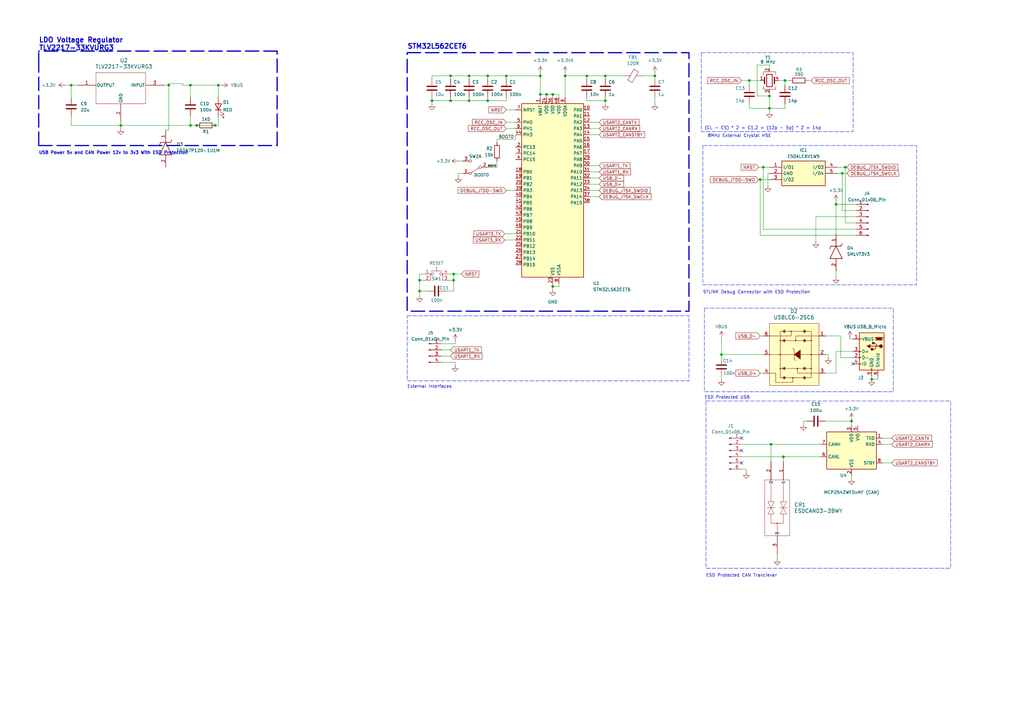
<source format=kicad_sch>
(kicad_sch (version 20230121) (generator eeschema)
  (paper "A3")
  (lib_symbols
    (symbol "2023-05-29_04-56-52:AT86RF215-ZU" (pin_names (offset 0.254))
      (property "Reference" "U" (at 22.86 10.16 0))
      (property "Value" "AT86RF215-ZU" (at 22.86 7.62 0))
      (symbol "AT86RF215-ZU_0_1"
        (pin output line (at 0 0 0) (length 7.62) (name "FEA24") (number "1"))
        (pin power_out line (at 0 -22.86 0) (length 7.62) (name "AVSS") (number "10"))
        (pin output line (at 0 -25.4 0) (length 7.62) (name "FEA09") (number "11"))
        (pin output line (at 0 -27.94 0) (length 7.62) (name "FEB09") (number "12"))
        (pin input line (at 0 -30.48 0) (length 7.62) (name "RSTN") (number "13"))
        (pin power_in line (at 0 -33.02 0) (length 7.62) (name "AVDD0") (number "14"))
        (pin power_in line (at 0 -35.56 0) (length 7.62) (name "EVDD") (number "15"))
        (pin power_out line (at 0 -38.1 0) (length 7.62) (name "AVSS") (number "16"))
        (pin input line (at 0 -40.64 0) (length 7.62) (name "TCXO") (number "17"))
        (pin output line (at 0 -43.18 0) (length 7.62) (name "XTAL2") (number "18"))
        (pin power_out line (at 0 -45.72 0) (length 7.62) (name "AVSS") (number "19"))
        (pin output line (at 0 -2.54 0) (length 7.62) (name "FEB24") (number "2"))
        (pin power_out line (at 0 -48.26 0) (length 7.62) (name "DVSS") (number "20"))
        (pin power_in line (at 0 -50.8 0) (length 7.62) (name "DEVDD") (number "21"))
        (pin output line (at 0 -53.34 0) (length 7.62) (name "CLKO") (number "22"))
        (pin power_out line (at 0 -55.88 0) (length 7.62) (name "DVSS") (number "23"))
        (pin power_out line (at 0 -58.42 0) (length 7.62) (name "DVSS") (number "24"))
        (pin input line (at 45.72 -60.96 180) (length 7.62) (name "TXCLKN") (number "25"))
        (pin input line (at 45.72 -58.42 180) (length 7.62) (name "TXCLKP") (number "26"))
        (pin input line (at 45.72 -55.88 180) (length 7.62) (name "TXDN") (number "27"))
        (pin input line (at 45.72 -53.34 180) (length 7.62) (name "TXDP") (number "28"))
        (pin power_in line (at 45.72 -50.8 180) (length 7.62) (name "DEVDD") (number "29"))
        (pin power_out line (at 0 -5.08 0) (length 7.62) (name "AVSS") (number "3"))
        (pin output line (at 45.72 -48.26 180) (length 7.62) (name "RXDN09") (number "30"))
        (pin output line (at 45.72 -45.72 180) (length 7.62) (name "RXDP09") (number "31"))
        (pin power_out line (at 45.72 -43.18 180) (length 7.62) (name "DVSS") (number "32"))
        (pin output line (at 45.72 -40.64 180) (length 7.62) (name "RXCLKN") (number "33"))
        (pin output line (at 45.72 -38.1 180) (length 7.62) (name "RXCLKP") (number "34"))
        (pin output line (at 45.72 -35.56 180) (length 7.62) (name "RXDN24") (number "35"))
        (pin output line (at 45.72 -33.02 180) (length 7.62) (name "RXDP24") (number "36"))
        (pin power_in line (at 45.72 -30.48 180) (length 7.62) (name "DVDD") (number "37"))
        (pin power_out line (at 45.72 -27.94 180) (length 7.62) (name "DVSS") (number "38"))
        (pin power_in line (at 45.72 -25.4 180) (length 7.62) (name "DEVDD") (number "39"))
        (pin bidirectional line (at 0 -7.62 0) (length 7.62) (name "RFP24") (number "4"))
        (pin output line (at 45.72 -22.86 180) (length 7.62) (name "IRQ") (number "40"))
        (pin input line (at 45.72 -20.32 180) (length 7.62) (name "SCLK") (number "41"))
        (pin input line (at 45.72 -17.78 180) (length 7.62) (name "SELN") (number "42"))
        (pin input line (at 45.72 -15.24 180) (length 7.62) (name "MOSI") (number "43"))
        (pin output line (at 45.72 -12.7 180) (length 7.62) (name "MISO") (number "44"))
        (pin power_out line (at 45.72 -10.16 180) (length 7.62) (name "AVSS") (number "45"))
        (pin power_in line (at 45.72 -7.62 180) (length 7.62) (name "EVDD") (number "46"))
        (pin power_in line (at 45.72 -5.08 180) (length 7.62) (name "AVDD1") (number "47"))
        (pin power_out line (at 45.72 -2.54 180) (length 7.62) (name "AVSS") (number "48"))
        (pin power_out line (at 45.72 0 180) (length 7.62) (name "AVSS") (number "49"))
        (pin bidirectional line (at 0 -10.16 0) (length 7.62) (name "RFN24") (number "5"))
        (pin power_out line (at 0 -12.7 0) (length 7.62) (name "AVSS") (number "6"))
        (pin power_out line (at 0 -15.24 0) (length 7.62) (name "AVSS") (number "7"))
        (pin bidirectional line (at 0 -17.78 0) (length 7.62) (name "RFP09") (number "8"))
        (pin bidirectional line (at 0 -20.32 0) (length 7.62) (name "RFN09") (number "9"))
      )
    )
    (symbol "2023-05-29_05-41-45:TLV2217-33KVURG3" (pin_names (offset 0.254))
      (property "Reference" "U2" (at 1.27 11.43 0))
      (property "Value" "TLV2217-33KVURG3" (at 1.27 8.89 0))
      (symbol "TLV2217-33KVURG3_0_1"
        (pin output line (at -17.78 1.27 0) (length 7.62) (name "OUTPUT") (number "1"))
        (pin power_in line (at 0 -13.97 90) (length 7.62) (name "GND") (number "2"))
        (pin input line (at 17.78 1.27 180) (length 7.62) (name "INPUT") (number "3"))
      )
    )
    (symbol "2023-05-31_16-24-59:ESDCAN03-2BWY" (pin_names (offset 0.254))
      (property "Reference" "CR" (at 20.32 7.62 0))
      (property "Value" "ESDCAN03-2BWY" (at 20.32 5.08 0))
      (symbol "ESDCAN03-2BWY_0_1"
        (pin unspecified line (at 0 0 0) (length 7.62) (name "1") (number "1"))
        (pin unspecified line (at 0 -5.08 0) (length 7.62) (name "2") (number "2"))
        (pin unspecified line (at 38.1 -2.54 180) (length 7.62) (name "3") (number "3"))
      )
    )
    (symbol "Connector:Conn_01x04_Pin" (pin_names (offset 1.016) hide)
      (property "Reference" "J" (at 0 5.08 0))
      (property "Value" "Conn_01x04_Pin" (at 0 -7.62 0))
      (symbol "Conn_01x04_Pin_1_1"
        (pin passive line (at 5.08 2.54 180) (length 3.81) (name "Pin_1") (number "1"))
        (pin passive line (at 5.08 0 180) (length 3.81) (name "Pin_2") (number "2"))
        (pin passive line (at 5.08 -2.54 180) (length 3.81) (name "Pin_3") (number "3"))
        (pin passive line (at 5.08 -5.08 180) (length 3.81) (name "Pin_4") (number "4"))
      )
    )
    (symbol "Connector:Conn_01x06_Pin" (pin_names (offset 1.016) hide)
      (property "Reference" "J" (at 0 7.62 0))
      (property "Value" "Conn_01x06_Pin" (at 0 -10.16 0))
      (symbol "Conn_01x06_Pin_1_1"
        (pin passive line (at 5.08 5.08 180) (length 3.81) (name "Pin_1") (number "1"))
        (pin passive line (at 5.08 2.54 180) (length 3.81) (name "Pin_2") (number "2"))
        (pin passive line (at 5.08 0 180) (length 3.81) (name "Pin_3") (number "3"))
        (pin passive line (at 5.08 -2.54 180) (length 3.81) (name "Pin_4") (number "4"))
        (pin passive line (at 5.08 -5.08 180) (length 3.81) (name "Pin_5") (number "5"))
        (pin passive line (at 5.08 -7.62 180) (length 3.81) (name "Pin_6") (number "6"))
      )
    )
    (symbol "Connector:Conn_Coaxial" (pin_names (offset 1.016) hide)
      (property "Reference" "J" (at 0.254 3.048 0))
      (property "Value" "Conn_Coaxial" (at 2.921 0 90))
      (symbol "Conn_Coaxial_1_1"
        (pin passive line (at -5.08 0 0) (length 2.54) (name "In") (number "1"))
        (pin passive line (at 0 -5.08 90) (length 2.54) (name "Ext") (number "2"))
      )
    )
    (symbol "Connector:USB_B_Micro" (pin_names (offset 1.016))
      (property "Reference" "J" (at -5.08 11.43 0))
      (property "Value" "USB_B_Micro" (at -5.08 8.89 0))
      (symbol "USB_B_Micro_1_1"
        (pin power_out line (at 7.62 5.08 180) (length 2.54) (name "VBUS") (number "1"))
        (pin bidirectional line (at 7.62 -2.54 180) (length 2.54) (name "D-") (number "2"))
        (pin bidirectional line (at 7.62 0 180) (length 2.54) (name "D+") (number "3"))
        (pin passive line (at 7.62 -5.08 180) (length 2.54) (name "ID") (number "4"))
        (pin power_out line (at 0 -10.16 90) (length 2.54) (name "GND") (number "5"))
        (pin passive line (at -2.54 -10.16 90) (length 2.54) (name "Shield") (number "6"))
      )
    )
    (symbol "Device:C" (pin_numbers hide) (pin_names (offset 0.254))
      (property "Reference" "C" (at 0.635 2.54 0))
      (property "Value" "C" (at 0.635 -2.54 0))
      (symbol "C_1_1"
        (pin passive line (at 0 3.81 270) (length 2.794) (name "~") (number "1"))
        (pin passive line (at 0 -3.81 90) (length 2.794) (name "~") (number "2"))
      )
    )
    (symbol "Device:Crystal_GND23" (pin_names (offset 1.016) hide)
      (property "Reference" "Y" (at 3.175 5.08 0))
      (property "Value" "Crystal_GND23" (at 3.175 3.175 0))
      (symbol "Crystal_GND23_1_1"
        (pin passive line (at -3.81 0 0) (length 1.27) (name "1") (number "1"))
        (pin passive line (at 0 5.08 270) (length 1.27) (name "2") (number "2"))
        (pin passive line (at 0 -5.08 90) (length 1.27) (name "3") (number "3"))
        (pin passive line (at 3.81 0 180) (length 1.27) (name "4") (number "4"))
      )
    )
    (symbol "Device:FerriteBead" (pin_numbers hide) (pin_names (offset 0))
      (property "Reference" "FB" (at -3.81 0.635 90))
      (property "Value" "FerriteBead" (at 3.81 0 90))
      (symbol "FerriteBead_1_1"
        (pin passive line (at 0 3.81 270) (length 2.54) (name "~") (number "1"))
        (pin passive line (at 0 -3.81 90) (length 2.54) (name "~") (number "2"))
      )
    )
    (symbol "Device:LED" (pin_numbers hide) (pin_names (offset 1.016) hide)
      (property "Reference" "D" (at 0 2.54 0))
      (property "Value" "LED" (at 0 -2.54 0))
      (symbol "LED_1_1"
        (pin passive line (at -3.81 0 0) (length 2.54) (name "K") (number "1"))
        (pin passive line (at 3.81 0 180) (length 2.54) (name "A") (number "2"))
      )
    )
    (symbol "Device:R" (pin_numbers hide) (pin_names (offset 0))
      (property "Reference" "R" (at 2.032 0 90))
      (property "Value" "R" (at 0 0 90))
      (symbol "R_1_1"
        (pin passive line (at 0 3.81 270) (length 1.27) (name "~") (number "1"))
        (pin passive line (at 0 -3.81 90) (length 1.27) (name "~") (number "2"))
      )
    )
    (symbol "ESDA7P120-1U1M:ESDA7P120-1U1M" (pin_names hide)
      (property "Reference" "D" (at 10.16 8.89 0))
      (property "Value" "ESDA7P120-1U1M" (at 10.16 6.35 0))
      (symbol "ESDA7P120-1U1M_1_1"
        (pin passive line (at 0 0 0) (length 5.08) (name "K") (number "1"))
        (pin passive line (at 15.24 0 180) (length 5.08) (name "A") (number "2"))
      )
    )
    (symbol "ESDALC6V1W5:ESDALC6V1W5"
      (property "Reference" "IC" (at 24.13 7.62 0))
      (property "Value" "ESDALC6V1W5" (at 24.13 5.08 0))
      (symbol "ESDALC6V1W5_1_1"
        (pin passive line (at 0 0 0) (length 5.08) (name "I/01") (number "1"))
        (pin passive line (at 0 -2.54 0) (length 5.08) (name "GND") (number "2"))
        (pin passive line (at 0 -5.08 0) (length 5.08) (name "I/02") (number "3"))
        (pin passive line (at 27.94 0 180) (length 5.08) (name "I/03") (number "4"))
        (pin passive line (at 27.94 -2.54 180) (length 5.08) (name "I/04") (number "5"))
      )
    )
    (symbol "Interface_CAN_LIN:MCP2542WFDxMF"
      (property "Reference" "U" (at -10.16 8.89 0))
      (property "Value" "MCP2542WFDxMF" (at 2.54 8.89 0))
      (symbol "MCP2542WFDxMF_1_1"
        (pin input line (at -12.7 5.08 0) (length 2.54) (name "TXD") (number "1"))
        (pin power_in line (at 0 -10.16 90) (length 2.54) (name "VSS") (number "2"))
        (pin power_in line (at 0 10.16 270) (length 2.54) (name "VDD") (number "3"))
        (pin output line (at -12.7 2.54 0) (length 2.54) (name "RXD") (number "4"))
        (pin power_in line (at -2.54 10.16 270) (length 2.54) (name "VIO") (number "5"))
        (pin bidirectional line (at 12.7 -2.54 180) (length 2.54) (name "CANL") (number "6"))
        (pin bidirectional line (at 12.7 2.54 180) (length 2.54) (name "CANH") (number "7"))
        (pin input line (at -12.7 -5.08 0) (length 2.54) (name "STBY") (number "8"))
        (pin passive line (at 0 -10.16 90) (length 2.54) hide (name "VSS") (number "9"))
      )
    )
    (symbol "MCU_ST_STM32L5:STM32L562CETx"
      (property "Reference" "U" (at -12.7 36.83 0))
      (property "Value" "STM32L562CETx" (at 7.62 36.83 0))
      (symbol "STM32L562CETx_1_1"
        (pin power_in line (at -5.08 38.1 270) (length 2.54) (name "VBAT") (number "1"))
        (pin bidirectional line (at 15.24 33.02 180) (length 2.54) (name "PA0") (number "10"))
        (pin bidirectional line (at 15.24 30.48 180) (length 2.54) (name "PA1") (number "11"))
        (pin bidirectional line (at 15.24 27.94 180) (length 2.54) (name "PA2") (number "12"))
        (pin bidirectional line (at 15.24 25.4 180) (length 2.54) (name "PA3") (number "13"))
        (pin bidirectional line (at 15.24 22.86 180) (length 2.54) (name "PA4") (number "14"))
        (pin bidirectional line (at 15.24 20.32 180) (length 2.54) (name "PA5") (number "15"))
        (pin bidirectional line (at 15.24 17.78 180) (length 2.54) (name "PA6") (number "16"))
        (pin bidirectional line (at 15.24 15.24 180) (length 2.54) (name "PA7") (number "17"))
        (pin bidirectional line (at -15.24 7.62 0) (length 2.54) (name "PB0") (number "18"))
        (pin bidirectional line (at -15.24 5.08 0) (length 2.54) (name "PB1") (number "19"))
        (pin bidirectional line (at -15.24 17.78 0) (length 2.54) (name "PC13") (number "2"))
        (pin bidirectional line (at -15.24 2.54 0) (length 2.54) (name "PB2") (number "20"))
        (pin bidirectional line (at -15.24 -17.78 0) (length 2.54) (name "PB10") (number "21"))
        (pin bidirectional line (at -15.24 -20.32 0) (length 2.54) (name "PB11") (number "22"))
        (pin power_in line (at 0 -38.1 90) (length 2.54) (name "VSS") (number "23"))
        (pin power_in line (at -2.54 38.1 270) (length 2.54) (name "VDD") (number "24"))
        (pin bidirectional line (at -15.24 -22.86 0) (length 2.54) (name "PB12") (number "25"))
        (pin bidirectional line (at -15.24 -25.4 0) (length 2.54) (name "PB13") (number "26"))
        (pin bidirectional line (at -15.24 -27.94 0) (length 2.54) (name "PB14") (number "27"))
        (pin bidirectional line (at -15.24 -30.48 0) (length 2.54) (name "PB15") (number "28"))
        (pin bidirectional line (at 15.24 12.7 180) (length 2.54) (name "PA8") (number "29"))
        (pin bidirectional line (at -15.24 15.24 0) (length 2.54) (name "PC14") (number "3"))
        (pin bidirectional line (at 15.24 10.16 180) (length 2.54) (name "PA9") (number "30"))
        (pin bidirectional line (at 15.24 7.62 180) (length 2.54) (name "PA10") (number "31"))
        (pin bidirectional line (at 15.24 5.08 180) (length 2.54) (name "PA11") (number "32"))
        (pin bidirectional line (at 15.24 2.54 180) (length 2.54) (name "PA12") (number "33"))
        (pin bidirectional line (at 15.24 0 180) (length 2.54) (name "PA13") (number "34"))
        (pin passive line (at 0 -38.1 90) (length 2.54) hide (name "VSS") (number "35"))
        (pin power_in line (at 0 38.1 270) (length 2.54) (name "VDD") (number "36"))
        (pin bidirectional line (at 15.24 -2.54 180) (length 2.54) (name "PA14") (number "37"))
        (pin bidirectional line (at 15.24 -5.08 180) (length 2.54) (name "PA15") (number "38"))
        (pin bidirectional line (at -15.24 0 0) (length 2.54) (name "PB3") (number "39"))
        (pin bidirectional line (at -15.24 12.7 0) (length 2.54) (name "PC15") (number "4"))
        (pin bidirectional line (at -15.24 -2.54 0) (length 2.54) (name "PB4") (number "40"))
        (pin bidirectional line (at -15.24 -5.08 0) (length 2.54) (name "PB5") (number "41"))
        (pin bidirectional line (at -15.24 -7.62 0) (length 2.54) (name "PB6") (number "42"))
        (pin bidirectional line (at -15.24 -10.16 0) (length 2.54) (name "PB7") (number "43"))
        (pin bidirectional line (at -15.24 22.86 0) (length 2.54) (name "PH3") (number "44"))
        (pin bidirectional line (at -15.24 -12.7 0) (length 2.54) (name "PB8") (number "45"))
        (pin bidirectional line (at -15.24 -15.24 0) (length 2.54) (name "PB9") (number "46"))
        (pin passive line (at 0 -38.1 90) (length 2.54) hide (name "VSS") (number "47"))
        (pin power_in line (at 2.54 38.1 270) (length 2.54) (name "VDD") (number "48"))
        (pin bidirectional line (at -15.24 27.94 0) (length 2.54) (name "PH0") (number "5"))
        (pin bidirectional line (at -15.24 25.4 0) (length 2.54) (name "PH1") (number "6"))
        (pin input line (at -15.24 33.02 0) (length 2.54) (name "NRST") (number "7"))
        (pin power_in line (at 2.54 -38.1 90) (length 2.54) (name "VSSA") (number "8"))
        (pin power_in line (at 5.08 38.1 270) (length 2.54) (name "VDDA") (number "9"))
      )
    )
    (symbol "SMLVT3V3:SMLVT3V3" (pin_names hide)
      (property "Reference" "D" (at 10.16 8.89 0))
      (property "Value" "SMLVT3V3" (at 10.16 6.35 0))
      (symbol "SMLVT3V3_1_1"
        (pin passive line (at 0 0 0) (length 5.08) (name "K") (number "1"))
        (pin passive line (at 15.24 0 180) (length 5.08) (name "A") (number "2"))
      )
    )
    (symbol "Switch:SW_DPDT_x2" (pin_names (offset 0) hide)
      (property "Reference" "SW" (at 0 4.318 0))
      (property "Value" "SW_DPDT_x2" (at 0 -5.08 0))
      (symbol "SW_DPDT_x2_1_1"
        (pin passive line (at 5.08 2.54 180) (length 2.54) (name "A") (number "1"))
        (pin passive line (at -5.08 0 0) (length 2.54) (name "B") (number "2"))
        (pin passive line (at 5.08 -2.54 180) (length 2.54) (name "C") (number "3"))
      )
      (symbol "SW_DPDT_x2_2_1"
        (pin passive line (at 5.08 2.54 180) (length 2.54) (name "A") (number "4"))
        (pin passive line (at -5.08 0 0) (length 2.54) (name "B") (number "5"))
        (pin passive line (at 5.08 -2.54 180) (length 2.54) (name "C") (number "6"))
      )
    )
    (symbol "Switch:SW_MEC_5E" (pin_names (offset 1.016) hide)
      (property "Reference" "SW" (at 0.635 5.715 0))
      (property "Value" "SW_MEC_5E" (at 0 -3.175 0))
      (symbol "SW_MEC_5E_0_1"
        (pin passive line (at -5.08 2.54 0) (length 2.54) (name "1") (number "1"))
        (pin passive line (at -5.08 0 0) (length 2.54) (name "2") (number "2"))
        (pin passive line (at 5.08 0 180) (length 2.54) (name "K") (number "3"))
        (pin passive line (at 5.08 2.54 180) (length 2.54) (name "A") (number "4"))
      )
    )
    (symbol "dk_TVS-Diodes:USBLC6-2SC6" (pin_names (offset 1.016))
      (property "Reference" "D" (at -10.16 13.97 0))
      (property "Value" "USBLC6-2SC6" (at 0 -13.97 0))
      (symbol "USBLC6-2SC6_1_1"
        (pin input line (at -12.7 7.62 0) (length 2.54) (name "~") (number "1"))
        (pin power_in line (at -12.7 0 0) (length 2.54) (name "~") (number "2"))
        (pin input line (at -12.7 -7.62 0) (length 2.54) (name "~") (number "3"))
        (pin input line (at 12.7 -7.62 180) (length 2.54) (name "~") (number "4"))
        (pin output line (at 12.7 0 180) (length 2.54) (name "~") (number "5"))
        (pin input line (at 12.7 7.62 180) (length 2.54) (name "~") (number "6"))
      )
    )
    (symbol "power:+3.3V" (power) (pin_names (offset 0))
      (property "Value" "+3.3V" (at 0 3.556 0))
      (symbol "+3.3V_1_1"
        (pin power_in line (at 0 0 90) (length 0) hide (name "+3.3V") (number "1"))
      )
    )
    (symbol "power:+3.3VA" (power) (pin_names (offset 0))
      (property "Value" "+3.3VA" (at 0 3.556 0))
      (symbol "+3.3VA_1_1"
        (pin power_in line (at 0 0 90) (length 0) hide (name "+3.3VA") (number "1"))
      )
    )
    (symbol "power:GND" (power) (pin_names (offset 0))
      (property "Value" "GND" (at 0 -3.81 0))
      (symbol "GND_1_1"
        (pin power_in line (at 0 0 270) (length 0) hide (name "GND") (number "1"))
      )
    )
    (symbol "power:VBUS" (power) (pin_names (offset 0))
      (property "Value" "VBUS" (at 0 3.81 0))
      (symbol "VBUS_1_1"
        (pin power_in line (at 0 0 90) (length 0) hide (name "VBUS") (number "1"))
      )
    )
  )
  (junction (at 295.91 145.415))
  (junction (at 342.9 83.82))
  (junction (at 240.665 31.115))
  (junction (at 313.055 68.58))
  (junction (at 346.71 68.58))
  (junction (at 268.605 31.115))
  (junction (at 186.055 112.395))
  (junction (at 248.285 31.115))
  (junction (at 200.025 41.275))
  (junction (at 80.645 51.435))
  (junction (at 184.785 41.275))
  (junction (at 177.165 41.275))
  (junction (at 88.265 51.435))
  (junction (at 69.215 34.925))
  (junction (at 29.21 34.925))
  (junction (at 207.645 31.115))
  (junction (at 172.085 119.38))
  (junction (at 315.595 44.45))
  (junction (at 224.155 38.735))
  (junction (at 226.695 117.475))
  (junction (at 172.085 114.935))
  (junction (at 200.025 31.115))
  (junction (at 226.695 38.735))
  (junction (at 316.23 182.245))
  (junction (at 89.535 34.925))
  (junction (at 192.405 31.115))
  (junction (at 78.105 51.435))
  (junction (at 248.285 41.275))
  (junction (at 186.055 114.935))
  (junction (at 221.615 38.735))
  (junction (at 49.53 51.435))
  (junction (at 345.44 71.12))
  (junction (at 231.775 31.115))
  (junction (at 357.505 155.575))
  (junction (at 349.25 172.72))
  (junction (at 192.405 41.275))
  (junction (at 307.34 33.02))
  (junction (at 321.945 33.02))
  (junction (at 221.615 31.115))
  (junction (at 321.31 187.325))
  (junction (at 184.785 31.115))
  (junction (at 311.785 73.66))
  (junction (at 78.105 34.925))
  (junction (at 315.595 39.37))
  (no_connect (at 304.165 184.785))
  (no_connect (at 349.885 149.225))
  (no_connect (at 304.165 189.865))
  (no_connect (at 304.165 179.705))
  (wire (pts (xy 207.645 52.705) (xy 211.455 52.705)))
  (wire (pts (xy 240.665 31.115) (xy 240.665 32.385)))
  (wire (pts (xy 334.645 88.9) (xy 351.155 88.9)))
  (wire (pts (xy 172.085 112.395) (xy 172.085 114.935)))
  (wire (pts (xy 221.615 31.115) (xy 221.615 38.735)))
  (polyline (pts (xy 113.665 59.69) (xy 113.665 20.955)) (stroke (width 0.5) (type dash)))
  (wire (pts (xy 89.535 34.925) (xy 90.805 34.925)))
  (wire (pts (xy 315.595 44.45) (xy 321.945 44.45)))
  (wire (pts (xy 203.835 66.04) (xy 203.835 68.58)))
  (wire (pts (xy 207.645 78.105) (xy 211.455 78.105)))
  (wire (pts (xy 318.77 227.33) (xy 318.77 229.235)))
  (wire (pts (xy 311.785 153.035) (xy 313.055 153.035)))
  (wire (pts (xy 342.9 83.82) (xy 342.9 95.885)))
  (wire (pts (xy 69.215 34.29) (xy 74.93 34.29)))
  (wire (pts (xy 189.865 71.12) (xy 187.96 71.12)))
  (wire (pts (xy 248.285 42.545) (xy 248.285 41.275)))
  (wire (pts (xy 361.95 189.865) (xy 365.76 189.865)))
  (wire (pts (xy 173.99 112.395) (xy 172.085 112.395)))
  (wire (pts (xy 342.9 111.125) (xy 342.9 113.665)))
  (wire (pts (xy 361.95 182.245) (xy 365.76 182.245)))
  (wire (pts (xy 248.285 31.115) (xy 255.905 31.115)))
  (polyline (pts (xy 15.875 59.69) (xy 113.665 59.69)) (stroke (width 0.5) (type dash)))
  (wire (pts (xy 348.615 139.065) (xy 348.615 138.43)))
  (wire (pts (xy 344.805 146.685) (xy 349.885 146.685)))
  (wire (pts (xy 221.615 29.845) (xy 221.615 31.115)))
  (wire (pts (xy 226.695 117.475) (xy 229.235 117.475)))
  (polyline (pts (xy 15.875 21.59) (xy 15.875 24.13)) (stroke (width 0.5) (type dash)))
  (wire (pts (xy 360.045 154.305) (xy 360.045 155.575)))
  (wire (pts (xy 231.775 31.115) (xy 240.665 31.115)))
  (wire (pts (xy 231.775 31.115) (xy 231.775 40.005)))
  (wire (pts (xy 29.21 40.005) (xy 29.21 34.925)))
  (wire (pts (xy 180.975 146.05) (xy 184.785 146.05)))
  (wire (pts (xy 321.945 44.45) (xy 321.945 42.545)))
  (wire (pts (xy 78.105 34.925) (xy 89.535 34.925)))
  (wire (pts (xy 172.085 114.935) (xy 172.085 119.38)))
  (wire (pts (xy 226.695 38.735) (xy 226.695 40.005)))
  (wire (pts (xy 339.725 145.415) (xy 338.455 145.415)))
  (wire (pts (xy 360.045 155.575) (xy 357.505 155.575)))
  (wire (pts (xy 203.835 57.15) (xy 203.835 58.42)))
  (wire (pts (xy 78.105 34.925) (xy 78.105 40.005)))
  (wire (pts (xy 172.085 119.38) (xy 172.085 121.285)))
  (wire (pts (xy 315.595 26.67) (xy 310.515 26.67)))
  (wire (pts (xy 342.9 144.145) (xy 342.9 153.035)))
  (wire (pts (xy 268.605 31.115) (xy 268.605 32.385)))
  (wire (pts (xy 192.405 40.005) (xy 192.405 41.275)))
  (wire (pts (xy 343.535 68.58) (xy 346.71 68.58)))
  (wire (pts (xy 231.775 31.115) (xy 231.775 29.845)))
  (wire (pts (xy 192.405 41.275) (xy 184.785 41.275)))
  (wire (pts (xy 345.44 86.36) (xy 351.155 86.36)))
  (wire (pts (xy 240.665 41.275) (xy 248.285 41.275)))
  (wire (pts (xy 184.785 41.275) (xy 177.165 41.275)))
  (wire (pts (xy 330.835 172.72) (xy 329.565 172.72)))
  (wire (pts (xy 226.695 117.475) (xy 226.695 118.745)))
  (wire (pts (xy 313.055 93.98) (xy 351.155 93.98)))
  (wire (pts (xy 229.235 38.735) (xy 229.235 40.005)))
  (wire (pts (xy 29.21 34.925) (xy 31.75 34.925)))
  (wire (pts (xy 177.165 40.005) (xy 177.165 41.275)))
  (wire (pts (xy 342.9 83.82) (xy 351.155 83.82)))
  (wire (pts (xy 187.96 71.12) (xy 187.96 72.39)))
  (wire (pts (xy 172.085 114.935) (xy 173.99 114.935)))
  (wire (pts (xy 307.34 33.02) (xy 311.785 33.02)))
  (wire (pts (xy 69.215 34.29) (xy 69.215 34.925)))
  (wire (pts (xy 346.71 68.58) (xy 347.345 68.58)))
  (wire (pts (xy 316.23 182.245) (xy 316.23 189.23)))
  (wire (pts (xy 339.725 146.685) (xy 339.725 145.415)))
  (wire (pts (xy 78.105 51.435) (xy 78.105 47.625)))
  (wire (pts (xy 344.805 137.795) (xy 344.805 146.685)))
  (wire (pts (xy 306.07 193.675) (xy 306.07 192.405)))
  (wire (pts (xy 207.01 95.885) (xy 211.455 95.885)))
  (wire (pts (xy 74.93 34.925) (xy 78.105 34.925)))
  (wire (pts (xy 315.595 71.12) (xy 314.96 71.12)))
  (wire (pts (xy 321.945 33.02) (xy 323.85 33.02)))
  (wire (pts (xy 224.155 38.735) (xy 224.155 40.005)))
  (wire (pts (xy 315.595 27.94) (xy 315.595 26.67)))
  (wire (pts (xy 186.055 112.395) (xy 189.23 112.395)))
  (wire (pts (xy 207.645 45.085) (xy 211.455 45.085)))
  (wire (pts (xy 331.47 33.02) (xy 332.74 33.02)))
  (wire (pts (xy 321.945 33.02) (xy 321.945 34.925)))
  (wire (pts (xy 334.645 88.9) (xy 334.645 99.06)))
  (wire (pts (xy 186.69 149.86) (xy 186.69 148.59)))
  (wire (pts (xy 311.785 137.795) (xy 313.055 137.795)))
  (wire (pts (xy 241.935 80.645) (xy 245.745 80.645)))
  (wire (pts (xy 186.69 148.59) (xy 180.975 148.59)))
  (wire (pts (xy 88.265 51.435) (xy 89.535 51.435)))
  (wire (pts (xy 357.505 154.305) (xy 357.505 155.575)))
  (wire (pts (xy 78.105 51.435) (xy 80.645 51.435)))
  (wire (pts (xy 200.025 68.58) (xy 203.835 68.58)))
  (wire (pts (xy 241.935 70.485) (xy 245.745 70.485)))
  (wire (pts (xy 186.69 140.97) (xy 180.975 140.97)))
  (wire (pts (xy 268.605 29.845) (xy 268.605 31.115)))
  (wire (pts (xy 307.34 44.45) (xy 315.595 44.45)))
  (wire (pts (xy 248.285 32.385) (xy 248.285 31.115)))
  (wire (pts (xy 241.935 50.165) (xy 245.745 50.165)))
  (wire (pts (xy 226.695 38.735) (xy 229.235 38.735)))
  (wire (pts (xy 321.31 187.325) (xy 321.31 189.23)))
  (wire (pts (xy 313.055 68.58) (xy 315.595 68.58)))
  (wire (pts (xy 304.165 182.245) (xy 316.23 182.245)))
  (wire (pts (xy 67.945 53.34) (xy 69.215 53.34)))
  (wire (pts (xy 177.165 31.115) (xy 177.165 32.385)))
  (wire (pts (xy 221.615 38.735) (xy 221.615 40.005)))
  (polyline (pts (xy 15.875 24.13) (xy 15.875 60.325)) (stroke (width 0.5) (type dash)))
  (wire (pts (xy 338.455 172.72) (xy 349.25 172.72)))
  (wire (pts (xy 207.645 31.115) (xy 221.615 31.115)))
  (wire (pts (xy 177.165 41.275) (xy 177.165 42.545)))
  (wire (pts (xy 263.525 31.115) (xy 268.605 31.115)))
  (wire (pts (xy 295.91 154.305) (xy 295.91 155.575)))
  (wire (pts (xy 313.055 68.58) (xy 313.055 93.98)))
  (wire (pts (xy 241.935 55.245) (xy 245.745 55.245)))
  (wire (pts (xy 184.785 40.005) (xy 184.785 41.275)))
  (wire (pts (xy 192.405 41.275) (xy 200.025 41.275)))
  (wire (pts (xy 307.34 44.45) (xy 307.34 42.545)))
  (wire (pts (xy 310.515 26.67) (xy 310.515 39.37)))
  (wire (pts (xy 49.53 51.435) (xy 78.105 51.435)))
  (wire (pts (xy 295.91 138.43) (xy 295.91 145.415)))
  (wire (pts (xy 311.785 73.66) (xy 315.595 73.66)))
  (wire (pts (xy 192.405 31.115) (xy 184.785 31.115)))
  (wire (pts (xy 184.785 31.115) (xy 184.785 32.385)))
  (wire (pts (xy 304.165 33.02) (xy 307.34 33.02)))
  (wire (pts (xy 207.645 50.165) (xy 211.455 50.165)))
  (wire (pts (xy 49.53 50.165) (xy 49.53 51.435)))
  (wire (pts (xy 349.25 194.945) (xy 349.25 196.215)))
  (wire (pts (xy 349.25 172.085) (xy 349.25 172.72)))
  (wire (pts (xy 248.285 40.005) (xy 248.285 41.275)))
  (wire (pts (xy 200.025 31.115) (xy 200.025 32.385)))
  (wire (pts (xy 345.44 71.12) (xy 347.345 71.12)))
  (wire (pts (xy 200.025 41.275) (xy 207.645 41.275)))
  (wire (pts (xy 342.9 153.035) (xy 338.455 153.035)))
  (wire (pts (xy 207.645 40.005) (xy 207.645 41.275)))
  (wire (pts (xy 186.055 119.38) (xy 182.88 119.38)))
  (wire (pts (xy 186.69 139.7) (xy 186.69 140.97)))
  (wire (pts (xy 211.455 57.15) (xy 203.835 57.15)))
  (wire (pts (xy 200.025 40.005) (xy 200.025 41.275)))
  (wire (pts (xy 200.025 31.115) (xy 192.405 31.115)))
  (wire (pts (xy 69.215 34.925) (xy 67.31 34.925)))
  (wire (pts (xy 80.645 51.435) (xy 88.265 51.435)))
  (wire (pts (xy 224.155 38.735) (xy 226.695 38.735)))
  (wire (pts (xy 89.535 40.005) (xy 89.535 34.925)))
  (wire (pts (xy 180.975 143.51) (xy 184.785 143.51)))
  (wire (pts (xy 89.535 47.625) (xy 89.535 51.435)))
  (wire (pts (xy 241.935 75.565) (xy 245.745 75.565)))
  (wire (pts (xy 192.405 31.115) (xy 192.405 32.385)))
  (wire (pts (xy 342.9 144.145) (xy 349.885 144.145)))
  (wire (pts (xy 187.96 66.04) (xy 189.865 66.04)))
  (wire (pts (xy 342.9 82.55) (xy 342.9 83.82)))
  (wire (pts (xy 346.71 91.44) (xy 351.155 91.44)))
  (wire (pts (xy 175.26 119.38) (xy 172.085 119.38)))
  (wire (pts (xy 311.785 73.66) (xy 311.785 96.52)))
  (wire (pts (xy 314.96 71.12) (xy 314.96 76.2)))
  (wire (pts (xy 186.055 114.935) (xy 184.15 114.935)))
  (wire (pts (xy 311.15 68.58) (xy 313.055 68.58)))
  (wire (pts (xy 336.55 187.325) (xy 321.31 187.325)))
  (wire (pts (xy 207.645 31.115) (xy 200.025 31.115)))
  (wire (pts (xy 321.945 33.02) (xy 319.405 33.02)))
  (wire (pts (xy 186.055 112.395) (xy 186.055 114.935)))
  (wire (pts (xy 240.665 31.115) (xy 248.285 31.115)))
  (wire (pts (xy 349.885 139.065) (xy 348.615 139.065)))
  (wire (pts (xy 241.935 73.025) (xy 245.745 73.025)))
  (wire (pts (xy 241.935 67.945) (xy 245.745 67.945)))
  (wire (pts (xy 304.165 187.325) (xy 321.31 187.325)))
  (wire (pts (xy 221.615 38.735) (xy 224.155 38.735)))
  (wire (pts (xy 241.935 52.705) (xy 245.745 52.705)))
  (wire (pts (xy 361.95 179.705) (xy 365.76 179.705)))
  (wire (pts (xy 295.91 145.415) (xy 313.055 145.415)))
  (wire (pts (xy 311.15 73.66) (xy 311.785 73.66)))
  (wire (pts (xy 336.55 182.245) (xy 316.23 182.245)))
  (wire (pts (xy 307.34 33.02) (xy 307.34 34.925)))
  (wire (pts (xy 346.71 68.58) (xy 346.71 91.44)))
  (wire (pts (xy 29.21 51.435) (xy 49.53 51.435)))
  (wire (pts (xy 29.21 47.625) (xy 29.21 51.435)))
  (wire (pts (xy 329.565 172.72) (xy 329.565 173.99)))
  (wire (pts (xy 240.665 40.005) (xy 240.665 41.275)))
  (wire (pts (xy 310.515 39.37) (xy 315.595 39.37)))
  (wire (pts (xy 184.15 112.395) (xy 186.055 112.395)))
  (polyline (pts (xy 113.665 20.955) (xy 15.875 20.955)) (stroke (width 0.5) (type dash)))
  (wire (pts (xy 184.785 31.115) (xy 177.165 31.115)))
  (wire (pts (xy 226.695 116.205) (xy 226.695 117.475)))
  (wire (pts (xy 229.235 117.475) (xy 229.235 116.205)))
  (wire (pts (xy 343.535 71.12) (xy 345.44 71.12)))
  (wire (pts (xy 338.455 137.795) (xy 344.805 137.795)))
  (wire (pts (xy 211.455 57.15) (xy 211.455 55.245)))
  (wire (pts (xy 268.605 40.005) (xy 268.605 42.545)))
  (wire (pts (xy 349.25 172.72) (xy 349.25 174.625)))
  (wire (pts (xy 69.215 53.34) (xy 69.215 34.925)))
  (wire (pts (xy 295.91 145.415) (xy 295.91 146.685)))
  (wire (pts (xy 74.93 34.925) (xy 74.93 34.29)))
  (wire (pts (xy 49.53 51.435) (xy 49.53 52.705)))
  (wire (pts (xy 186.055 114.935) (xy 186.055 119.38)))
  (wire (pts (xy 207.645 31.115) (xy 207.645 32.385)))
  (wire (pts (xy 306.07 192.405) (xy 304.165 192.405)))
  (wire (pts (xy 315.595 39.37) (xy 315.595 38.1)))
  (wire (pts (xy 241.935 78.105) (xy 245.745 78.105)))
  (wire (pts (xy 207.01 98.425) (xy 211.455 98.425)))
  (wire (pts (xy 345.44 71.12) (xy 345.44 86.36)))
  (wire (pts (xy 315.595 39.37) (xy 315.595 44.45)))
  (wire (pts (xy 315.595 44.45) (xy 315.595 45.72)))
  (wire (pts (xy 351.155 96.52) (xy 311.785 96.52)))
  (wire (pts (xy 26.67 34.925) (xy 29.21 34.925)))
  (rectangle (start 167.005 129.54) (end 282.575 156.21) (stroke (width 0) (type dash)))
  (rectangle (start 288.925 126.365) (end 366.395 160.655) (stroke (width 0) (type dash)))
  (rectangle (start 167.005 21.59) (end 282.575 127.635) (stroke (width 0.5) (type dash)))
  (rectangle (start 478.79 15.24) (end 491.49 26.67))
  (rectangle (start 520.7 15.24) (end 538.48 29.21))
  (rectangle (start 497.84 17.78) (end 502.92 22.86))
  (rectangle (start 444.5 15.24) (end 452.12 26.67))
  (rectangle (start 444.5 8.89) (end 538.48 34.29))
  (rectangle (start 457.2 17.78) (end 463.55 24.13))
  (rectangle (start 289.56 164.465) (end 389.89 233.045) (stroke (width 0) (type dash)))
  (rectangle (start 288.29 59.69) (end 375.92 116.84) (stroke (width 0) (type dash)))
  (rectangle (start 287.655 21.59) (end 349.885 53.975) (stroke (width 0) (type dash)))
  (rectangle (start 461.01 29.21) (end 468.63 34.29))
  (text "MCU" (at 478.79 15.24 0) (effects (font (size 1.27 1.27)) (justify left bottom)))
  (text "Front\n" (at 444.5 7.62 0) (effects (font (size 1.27 1.27)) (justify left bottom)))
  (text "COAX RF Anttenna\n" (at 520.7 15.24 0) (effects (font (size 1.27 1.27)) (justify left bottom)))
  (text "Final parts bill:\n\nLDO Voltage Regulator : https://www.digikey.ca/en/products/detail/texas-instruments/TLV2217-33KVURG3/1096010\n\nSTM32L562CET6 : https://www.st.com/en/microcontrollers-microprocessors/stm32l562ce.html#sample-buy\n\nRF Tranciever AT86RF215-ZU : https://www.digikey.ca/en/products/detail/microchip-technology/AT86RF215-ZU/5147177\n\nCAN Tranciever MCP2544WFD-E/FSN : https://www.digikey.ca/en/products/detail/microchip-technology/MCP2544WFD-E%2FSN/5975771\n\n8 MHz Crystal Occilator ECS-80-12-33-JGN-TR : https://www.digikey.ca/en/products/detail/ecs-inc/ECS-80-12-33-JGN-TR/10478754\n\nUSB ESD PROTECTION TVS : https://www.digikey.ca/en/products/detail/stmicroelectronics/USBLC6-2SC6/1040559\n\nSWD ESD PROTECTION IC : https://www.digikey.ca/en/products/detail/stmicroelectronics/ESDALC6V1W5/1037997\n\nSWD ESD PROTECTION DIODE : https://www.digikey.ca/en/products/detail/stmicroelectronics/SMLVT3V3/603521\n\nPOWER DIODE ESDA7P120-1U1M : https://www.digikey.ca/en/products/detail/stmicroelectronics/ESDA7P120-1U1M/6709858\n\nCAN Transciever ESD Protection ESDCAN03-2BWY : https://www.digikey.ca/en/products/detail/stmicroelectronics/ESDCAN03-2BWY/5305266\n\nButton Push : https://www.digikey.ca/en/products/detail/w%C3%BCrth-elektronik/434133025816/9950810\n\n" (at 444.5 77.47 0) (effects (font (size 1.27 1.27)) (justify left bottom)))
  (text "STM32L562CET6\n" (at 167.005 20.32 0) (effects (font (size 2 2) (thickness 0.4) bold) (justify left bottom)))
  (text "LDO Voltage Regulator\nTLV2217-33KVURG3" (at 15.875 20.955 0) (effects (font (size 2 2) (thickness 0.4) bold) (justify left bottom)))
  (text "CAN Transciever\n" (at 453.39 17.78 0) (effects (font (size 1.27 1.27)) (justify left bottom)))
  (text "External Interfaces\n" (at 167.005 159.385 0) (effects (font (size 1.27 1.27)) (justify left bottom)))
  (text "STLINK Debug Connector with ESD Protection\n" (at 288.29 120.65 0) (effects (font (size 1.27 1.27)) (justify left bottom)))
  (text "USB\n" (at 461.01 31.75 0) (effects (font (size 1.27 1.27)) (justify left bottom)))
  (text "ESD Protected USB" (at 288.925 163.83 0) (effects (font (size 1.27 1.27)) (justify left bottom)))
  (text "ESD Protected CAN Tranciever\n" (at 289.56 236.855 0) (effects (font (size 1.27 1.27)) (justify left bottom)))
  (text "8MHz External Crystal HSE\n" (at 290.195 56.515 0) (effects (font (size 1.27 1.27)) (justify left bottom)))
  (text "(CL - CS) * 2 = C1,2 = (12p - 5p) * 2 = 14p\n" (at 288.925 53.34 0) (effects (font (size 1.27 1.27)) (justify left bottom)))
  (text "USB Power 5v and CAN Power 12v to 3v3 With ESD Protection" (at 15.875 63.5 0) (effects (font (size 1.27 1.27) bold) (justify left bottom)))
  (text "CAN RJ45" (at 450.85 26.67 90) (effects (font (size 1.27 1.27)) (justify left bottom)))
  (text "RF Transciever\n" (at 495.3 17.78 0) (effects (font (size 1.27 1.27)) (justify left bottom)))
  (label "BOOT0" (at 200.025 68.58 0) (effects (font (size 0.7 0.7))))
  (label "BOOT0" (at 204.47 57.15 0))
  (global_label "USB_D+" (shape input) (at 245.745 75.565 0) (property "Intersheetrefs" "${INTERSHEET_REFS}" (effects hide)))
  (global_label "USART1_RX" (shape input) (at 245.745 70.485 0) (property "Intersheetrefs" "${INTERSHEET_REFS}" (effects hide)))
  (global_label "DEBUG_JTSK_SWCLK" (shape input) (at 245.745 80.645 0) (property "Intersheetrefs" "${INTERSHEET_REFS}" (effects hide)))
  (global_label "RCC_OSC_OUT" (shape input) (at 207.645 52.705 180) (property "Intersheetrefs" "${INTERSHEET_REFS}" (effects hide)))
  (global_label "DEBUG_JTSK_SWDIO" (shape input) (at 245.745 78.105 0) (property "Intersheetrefs" "${INTERSHEET_REFS}" (effects hide)))
  (global_label "RCC_OSC_IN" (shape input) (at 207.645 50.165 180) (property "Intersheetrefs" "${INTERSHEET_REFS}" (effects hide)))
  (global_label "NRST" (shape input) (at 311.15 68.58 180) (property "Intersheetrefs" "${INTERSHEET_REFS}" (effects hide)))
  (global_label "DEBUG_JTDO-SWO" (shape input) (at 207.645 78.105 180) (property "Intersheetrefs" "${INTERSHEET_REFS}" (effects hide)))
  (global_label "USART2_CANSTBY" (shape input) (at 365.76 189.865 0) (property "Intersheetrefs" "${INTERSHEET_REFS}" (effects hide)))
  (global_label "DEBUG_JTSK_SWDIO" (shape input) (at 347.345 68.58 0) (property "Intersheetrefs" "${INTERSHEET_REFS}" (effects hide)))
  (global_label "USB_D+" (shape input) (at 311.785 153.035 180) (property "Intersheetrefs" "${INTERSHEET_REFS}" (effects hide)))
  (global_label "RCC_OSC_IN" (shape input) (at 304.165 33.02 180) (property "Intersheetrefs" "${INTERSHEET_REFS}" (effects hide)))
  (global_label "USART3_RX" (shape input) (at 207.01 98.425 180) (property "Intersheetrefs" "${INTERSHEET_REFS}" (effects hide)))
  (global_label "USART2_CANRX" (shape input) (at 365.76 182.245 0) (property "Intersheetrefs" "${INTERSHEET_REFS}" (effects hide)))
  (global_label "RCC_OSC_OUT" (shape input) (at 332.74 33.02 0) (property "Intersheetrefs" "${INTERSHEET_REFS}" (effects hide)))
  (global_label "USART1_RX" (shape input) (at 184.785 146.05 0) (property "Intersheetrefs" "${INTERSHEET_REFS}" (effects hide)))
  (global_label "USART3_TX" (shape input) (at 207.01 95.885 180) (property "Intersheetrefs" "${INTERSHEET_REFS}" (effects hide)))
  (global_label "USART2_CANTX" (shape input) (at 365.76 179.705 0) (property "Intersheetrefs" "${INTERSHEET_REFS}" (effects hide)))
  (global_label "USB_D-" (shape input) (at 311.785 137.795 180) (property "Intersheetrefs" "${INTERSHEET_REFS}" (effects hide)))
  (global_label "USB_D-" (shape input) (at 245.745 73.025 0) (property "Intersheetrefs" "${INTERSHEET_REFS}" (effects hide)))
  (global_label "USART1_TX" (shape input) (at 184.785 143.51 0) (property "Intersheetrefs" "${INTERSHEET_REFS}" (effects hide)))
  (global_label "USART2_CANTX" (shape input) (at 245.745 50.165 0) (property "Intersheetrefs" "${INTERSHEET_REFS}" (effects hide)))
  (global_label "USART2_CANSTBY" (shape input) (at 245.745 55.245 0) (property "Intersheetrefs" "${INTERSHEET_REFS}" (effects hide)))
  (global_label "DEBUG_JTDO-SWO" (shape input) (at 311.15 73.66 180) (property "Intersheetrefs" "${INTERSHEET_REFS}" (effects hide)))
  (global_label "NRST" (shape input) (at 189.23 112.395 0) (property "Intersheetrefs" "${INTERSHEET_REFS}" (effects hide)))
  (global_label "DEBUG_JTSK_SWCLK" (shape input) (at 347.345 71.12 0) (property "Intersheetrefs" "${INTERSHEET_REFS}" (effects hide)))
  (global_label "USART2_CANRX" (shape input) (at 245.745 52.705 0) (property "Intersheetrefs" "${INTERSHEET_REFS}" (effects hide)))
  (global_label "USART1_TX" (shape input) (at 245.745 67.945 0) (property "Intersheetrefs" "${INTERSHEET_REFS}" (effects hide)))
  (global_label "NRST" (shape input) (at 207.645 45.085 180) (property "Intersheetrefs" "${INTERSHEET_REFS}" (effects hide)))
  (symbol (lib_id "2023-05-31_16-24-59:ESDCAN03-2BWY") (at 321.31 189.23 270) (unit 1)
    (property "Reference" "CR1" (at 325.755 207.01 90) (effects (font (size 1.524 1.524)) (justify left)))
    (property "Value" "ESDCAN03-2BWY" (at 325.755 209.55 90) (effects (font (size 1.524 1.524)) (justify left)))
    (property "Footprint" "footprints:SOT323-3L_STM" (effects hide))
    (property "Datasheet" "ESDCAN03-2BWY" (effects hide))
  )
  (symbol (lib_id "Device:FerriteBead") (at 259.715 31.115 90) (unit 1)
    (property "Reference" "FB1" (at 259.6642 23.495 90))
    (property "Value" "120R" (at 259.6642 26.035 90))
    (property "Footprint" "Resistor_SMD:R_0603_1608Metric" (effects hide))
  )
  (symbol (lib_id "Device:C") (at 248.285 36.195 0) (unit 1)
    (property "Reference" "C6" (at 249.555 33.655 0) (effects (justify left)))
    (property "Value" "1u" (at 249.555 38.735 0) (effects (justify left)))
    (property "Footprint" "Capacitor_SMD:C_0603_1608Metric" (effects hide))
  )
  (symbol (lib_id "ESDA7P120-1U1M:ESDA7P120-1U1M") (at 67.945 53.34 270) (unit 1)
    (property "Reference" "D3" (at 72.39 59.182 90) (effects (justify left)))
    (property "Value" "ESDA7P120-1U1M" (at 72.39 61.722 90) (effects (justify left)))
    (property "Footprint" "footprints:ESDA8P801U1M" (effects hide))
    (property "Datasheet" "https://www.st.com/resource/en/datasheet/esda7p120-1u1m.pdf" (effects hide))
    (property "Height" "0" (effects hide))
    (property "Manufacturer_Name" "STMicroelectronics" (effects hide))
    (property "Manufacturer_Part_Number" "ESDA7P120-1U1M" (effects hide))
    (property "Mouser Part Number" "511-ESDA7P120-1U1M" (effects hide))
    (property "Mouser Price/Stock" "https://www.mouser.co.uk/ProductDetail/STMicroelectronics/ESDA7P120-1U1M?qs=Mv7BduZupUiozCX4bwTjZw%3D%3D" (effects hide))
    (property "Arrow Part Number" "ESDA7P120-1U1M" (effects hide))
    (property "Arrow Price/Stock" "https://www.arrow.com/en/products/esda7p120-1u1m/stmicroelectronics?region=europe" (effects hide))
  )
  (symbol (lib_id "2023-05-29_04-56-52:AT86RF215-ZU") (at -59.69 93.98 0) (unit 1)
    (property "Reference" "U3" (at -36.83 83.82 0) (effects (font (size 1.524 1.524))))
    (property "Value" "AT86RF215-ZU" (at -36.83 86.36 0) (effects (font (size 1.524 1.524))))
    (property "Footprint" "footprints:QFN48_7X7_PQ_MCH" (effects hide))
    (property "Datasheet" "AT86RF215-ZU" (effects hide))
  )
  (symbol (lib_id "Device:C") (at 240.665 36.195 0) (unit 1)
    (property "Reference" "C8" (at 241.935 33.655 0) (effects (justify left)))
    (property "Value" "10n" (at 241.935 38.735 0) (effects (justify left)))
    (property "Footprint" "Capacitor_SMD:C_0402_1005Metric" (effects hide))
  )
  (symbol (lib_id "power:GND") (at 177.165 42.545 0) (unit 1)
    (property "Reference" "#PWR02" (effects hide))
    (property "Value" "GND" (effects hide))
  )
  (symbol (lib_id "Connector:Conn_Coaxial") (at -45.72 67.31 0) (unit 1)
    (property "Reference" "J3" (at -41.91 66.3332 0) (effects (justify left)))
    (property "Value" "Conn_Coaxial" (at -41.91 68.8732 0) (effects (justify left)))
    (property "Footprint" "footprints:TAOGLAS_EMPCB.SMAFSTJ.B.HT" (effects hide))
    (property "Datasheet" " ~" (effects hide))
  )
  (symbol (lib_id "Connector:Conn_01x06_Pin") (at 299.085 184.785 0) (unit 1)
    (property "Reference" "J1" (at 299.72 174.625 0))
    (property "Value" "Conn_01x06_Pin" (at 299.72 177.165 0))
    (property "Footprint" "Connector_PinHeader_2.54mm:PinHeader_1x06_P2.54mm_Vertical" (effects hide))
  )
  (symbol (lib_id "Device:C") (at 268.605 36.195 0) (unit 1)
    (property "Reference" "C7" (at 269.875 33.655 0) (effects (justify left)))
    (property "Value" "1u" (at 269.875 38.735 0) (effects (justify left)))
    (property "Footprint" "Capacitor_SMD:C_0402_1005Metric" (effects hide))
  )
  (symbol (lib_id "power:VBUS") (at 90.805 34.925 270) (unit 1)
    (property "Reference" "#PWR08" (effects hide))
    (property "Value" "VBUS" (at 94.615 34.925 90) (effects (justify left)))
  )
  (symbol (lib_id "Device:R") (at 203.835 62.23 0) (unit 1)
    (property "Reference" "R2" (at 199.39 60.96 0) (effects (justify left)))
    (property "Value" "10k" (at 198.755 63.5 0) (effects (justify left)))
    (property "Footprint" "Resistor_SMD:R_0805_2012Metric" (effects hide))
  )
  (symbol (lib_id "power:+3.3V") (at 268.605 29.845 0) (unit 1)
    (property "Reference" "#PWR07" (effects hide))
    (property "Value" "+3.3V" (at 268.605 24.765 0))
  )
  (symbol (lib_id "Device:C") (at 78.105 43.815 0) (unit 1)
    (property "Reference" "C10" (at 81.915 42.545 0) (effects (justify left)))
    (property "Value" "100n" (at 81.915 45.085 0) (effects (justify left)))
    (property "Footprint" "Capacitor_SMD:C_0402_1005Metric" (effects hide))
  )
  (symbol (lib_id "Device:C") (at 321.945 38.735 0) (unit 1)
    (property "Reference" "C12" (at 323.215 36.195 0) (effects (justify left)))
    (property "Value" "14p" (at 323.215 41.275 0) (effects (justify left)))
    (property "Footprint" "Capacitor_SMD:C_0402_1005Metric" (effects hide))
  )
  (symbol (lib_id "Device:C") (at 334.645 172.72 90) (unit 1)
    (property "Reference" "C15" (at 334.645 165.735 90))
    (property "Value" "100u" (at 334.645 168.275 90))
    (property "Footprint" "Capacitor_SMD:C_0603_1608Metric" (effects hide))
  )
  (symbol (lib_id "Device:C") (at 307.34 38.735 0) (unit 1)
    (property "Reference" "C13" (at 301.625 36.195 0) (effects (justify left)))
    (property "Value" "14p" (at 301.625 41.275 0) (effects (justify left)))
    (property "Footprint" "Capacitor_SMD:C_0402_1005Metric" (effects hide))
  )
  (symbol (lib_id "power:+3.3V") (at 342.9 82.55 0) (unit 1)
    (property "Reference" "#PWR025" (effects hide))
    (property "Value" "+3.3V" (at 342.9 78.105 0))
  )
  (symbol (lib_id "Device:Crystal_GND23") (at 315.595 33.02 0) (unit 1)
    (property "Reference" "Y1" (at 314.96 23.495 0))
    (property "Value" "8 MHz" (at 314.96 25.4 0))
    (property "Footprint" "footprints:XTAL_ECS-240-8-33-AGN-TR" (effects hide))
  )
  (symbol (lib_id "Device:R") (at 84.455 51.435 90) (unit 1)
    (property "Reference" "R1" (at 84.455 53.975 90))
    (property "Value" "1k5" (at 84.455 48.895 90))
    (property "Footprint" "Resistor_SMD:R_0805_2012Metric" (effects hide))
  )
  (symbol (lib_id "power:VBUS") (at 348.615 138.43 0) (unit 1)
    (property "Reference" "#PWR016" (effects hide))
    (property "Value" "VBUS" (at 348.615 133.985 0))
  )
  (symbol (lib_id "Device:C") (at 29.21 43.815 0) (unit 1)
    (property "Reference" "C9" (at 33.02 42.545 0) (effects (justify left)))
    (property "Value" "22u" (at 33.02 45.085 0) (effects (justify left)))
    (property "Footprint" "Capacitor_SMD:C_0603_1608Metric" (effects hide))
  )
  (symbol (lib_id "Device:C") (at 207.645 36.195 0) (unit 1)
    (property "Reference" "C1" (at 208.915 33.655 0) (effects (justify left)))
    (property "Value" "100n" (at 208.915 38.735 0) (effects (justify left)))
    (property "Footprint" "Capacitor_SMD:C_0402_1005Metric" (effects hide))
  )
  (symbol (lib_id "power:GND") (at 268.605 42.545 0) (unit 1)
    (property "Reference" "#PWR06" (effects hide))
    (property "Value" "GND" (effects hide))
  )
  (symbol (lib_id "power:+3.3V") (at 349.25 172.085 0) (unit 1)
    (property "Reference" "#PWR027" (effects hide))
    (property "Value" "+3.3V" (at 349.25 167.64 0))
  )
  (symbol (lib_id "power:GND") (at 339.725 146.685 0) (unit 1)
    (property "Reference" "#PWR021" (effects hide))
    (property "Value" "GND" (effects hide))
  )
  (symbol (lib_id "Device:C") (at 179.07 119.38 90) (unit 1)
    (property "Reference" "C11" (at 184.15 118.11 90) (effects (justify left)))
    (property "Value" "100n" (at 181.61 123.19 90) (effects (justify left)))
    (property "Footprint" "Capacitor_SMD:C_0402_1005Metric" (effects hide))
  )
  (symbol (lib_id "SMLVT3V3:SMLVT3V3") (at 342.9 95.885 270) (unit 1)
    (property "Reference" "D4" (at 347.345 101.727 90) (effects (justify left)))
    (property "Value" "SMLVT3V3" (at 347.345 104.267 90) (effects (justify left)))
    (property "Footprint" "footprints:DIOM5436X265N" (effects hide))
    (property "Datasheet" "https://www.st.com/resource/en/datasheet/smlvt3v3.pdf" (effects hide))
    (property "Height" "2.65" (effects hide))
    (property "Manufacturer_Name" "STMicroelectronics" (effects hide))
    (property "Manufacturer_Part_Number" "SMLVT3V3" (effects hide))
    (property "Mouser Part Number" "511-SMLVT3V3" (effects hide))
    (property "Mouser Price/Stock" "https://www.mouser.co.uk/ProductDetail/STMicroelectronics/SMLVT3V3?qs=sepekKm5O7kuWZ9%252BIWQuxQ%3D%3D" (effects hide))
    (property "Arrow Part Number" "SMLVT3V3" (effects hide))
    (property "Arrow Price/Stock" "https://www.arrow.com/en/products/smlvt3v3/stmicroelectronics?region=nac" (effects hide))
  )
  (symbol (lib_id "power:GND") (at 172.085 121.285 0) (unit 1)
    (property "Reference" "#PWR011" (effects hide))
    (property "Value" "GND" (effects hide))
  )
  (symbol (lib_id "power:GND") (at 187.96 72.39 0) (unit 1)
    (property "Reference" "#PWR013" (effects hide))
    (property "Value" "GND" (effects hide))
  )
  (symbol (lib_id "power:VBUS") (at 295.91 138.43 0) (unit 1)
    (property "Reference" "#PWR023" (effects hide))
    (property "Value" "VBUS" (at 295.91 133.985 0))
  )
  (symbol (lib_id "Device:R") (at 327.66 33.02 90) (unit 1)
    (property "Reference" "R3" (at 327.66 28.575 90))
    (property "Value" "390" (at 327.66 30.48 90))
    (property "Footprint" "Resistor_SMD:R_0402_1005Metric" (effects hide))
  )
  (symbol (lib_id "power:GND") (at 334.645 99.06 0) (unit 1)
    (property "Reference" "#PWR026" (effects hide))
    (property "Value" "GND" (effects hide))
  )
  (symbol (lib_id "power:GND") (at 186.69 149.86 0) (unit 1)
    (property "Reference" "#PWR020" (effects hide))
    (property "Value" "GND" (effects hide))
  )
  (symbol (lib_id "power:GND") (at 357.505 155.575 0) (unit 1)
    (property "Reference" "#PWR015" (effects hide))
    (property "Value" "GND" (effects hide))
  )
  (symbol (lib_id "2023-05-29_05-41-45:TLV2217-33KVURG3") (at 49.53 36.195 0) (unit 1)
    (property "Reference" "U2" (at 50.8 24.765 0) (effects (font (size 1.524 1.524))))
    (property "Value" "TLV2217-33KVURG3" (at 50.8 27.305 0) (effects (font (size 1.524 1.524))))
    (property "Footprint" "footprints:KVU3_TEX" (effects hide))
    (property "Datasheet" "TLV2217-33KVURG3" (effects hide))
  )
  (symbol (lib_id "power:GND") (at 314.96 76.2 0) (unit 1)
    (property "Reference" "#PWR024" (effects hide))
    (property "Value" "GND" (effects hide))
  )
  (symbol (lib_id "Device:LED") (at 89.535 43.815 90) (unit 1)
    (property "Reference" "D1" (at 91.44 41.91 90) (effects (justify right)))
    (property "Value" "RED" (at 91.44 45.085 90) (effects (justify right)))
    (property "Footprint" "LED_SMD:LED_0402_1005Metric" (effects hide))
  )
  (symbol (lib_id "power:+3.3VA") (at 231.775 29.845 0) (unit 1)
    (property "Reference" "#PWR03" (effects hide))
    (property "Value" "+3.3VA" (at 231.775 24.765 0))
  )
  (symbol (lib_id "ESDALC6V1W5:ESDALC6V1W5") (at 315.595 68.58 0) (unit 1)
    (property "Reference" "IC1" (at 329.565 61.595 0))
    (property "Value" "ESDALC6V1W5" (at 329.565 64.135 0))
    (property "Footprint" "footprints:SOT65P210X110-5N" (effects hide))
    (property "Datasheet" "http://www.st.com/web/en/resource/technical/document/datasheet/CD00002946.pdf" (effects hide))
    (property "Height" "1.1" (effects hide))
    (property "Manufacturer_Name" "STMicroelectronics" (effects hide))
    (property "Manufacturer_Part_Number" "ESDALC6V1W5" (effects hide))
    (property "Mouser Part Number" "511-ESDALC6V1W5" (effects hide))
    (property "Mouser Price/Stock" "https://www.mouser.co.uk/ProductDetail/STMicroelectronics/ESDALC6V1W5?qs=C%2FEejvvdwQ4xcyFnfrFaDw%3D%3D" (effects hide))
    (property "Arrow Part Number" "ESDALC6V1W5" (effects hide))
    (property "Arrow Price/Stock" "https://www.arrow.com/en/products/esdalc6v1w5/stmicroelectronics?region=nac" (effects hide))
  )
  (symbol (lib_id "power:GND") (at 295.91 155.575 0) (unit 1)
    (property "Reference" "#PWR022" (effects hide))
    (property "Value" "GND" (effects hide))
  )
  (symbol (lib_id "power:GND") (at 306.07 193.675 0) (unit 1)
    (property "Reference" "#PWR030" (effects hide))
    (property "Value" "GND" (effects hide))
  )
  (symbol (lib_id "power:+3.3V") (at 221.615 29.845 0) (unit 1)
    (property "Reference" "#PWR01" (effects hide))
    (property "Value" "+3.3V" (at 221.615 24.765 0))
  )
  (symbol (lib_id "Device:C") (at 192.405 36.195 0) (unit 1)
    (property "Reference" "C3" (at 193.675 33.655 0) (effects (justify left)))
    (property "Value" "100n" (at 193.675 38.735 0) (effects (justify left)))
    (property "Footprint" "Capacitor_SMD:C_0402_1005Metric" (effects hide))
  )
  (symbol (lib_id "power:GND") (at 248.285 42.545 0) (unit 1)
    (property "Reference" "#PWR05" (effects hide))
    (property "Value" "GND" (effects hide))
  )
  (symbol (lib_id "Connector:Conn_01x04_Pin") (at 175.895 143.51 0) (unit 1)
    (property "Reference" "J5" (at 176.53 136.525 0))
    (property "Value" "Conn_01x04_Pin" (at 176.53 139.065 0))
    (property "Footprint" "Connector_PinHeader_2.54mm:PinHeader_1x04_P2.54mm_Vertical" (effects hide))
  )
  (symbol (lib_id "Device:C") (at 295.91 150.495 180) (unit 1)
    (property "Reference" "C14" (at 300.355 147.955 0) (effects (justify left)))
    (property "Value" "100n" (at 301.625 153.035 0) (effects (justify left)))
    (property "Footprint" "Capacitor_SMD:C_0402_1005Metric" (effects hide))
  )
  (symbol (lib_id "power:GND") (at 315.595 45.72 0) (unit 1)
    (property "Reference" "#PWR014" (effects hide))
    (property "Value" "GND" (effects hide))
  )
  (symbol (lib_id "power:GND") (at 49.53 52.705 0) (unit 1)
    (property "Reference" "#PWR010" (effects hide))
    (property "Value" "GND" (effects hide))
  )
  (symbol (lib_id "Interface_CAN_LIN:MCP2542WFDxMF") (at 349.25 184.785 0) (mirror y) (unit 1)
    (property "Reference" "U4" (at 347.2941 194.945 0) (effects (justify left)))
    (property "Value" "MCP2542WFDxMF (CAN)" (at 360.68 201.93 0) (effects (justify left)))
    (property "Footprint" "Package_DFN_QFN:DFN-8-1EP_3x3mm_P0.65mm_EP1.55x2.4mm" (effects hide))
    (property "Datasheet" "http://ww1.microchip.com/downloads/en/DeviceDoc/MCP2542FD-4FD-MCP2542WFD-4WFD-Data-Sheet20005514B.pdf" (effects hide))
  )
  (symbol (lib_id "dk_TVS-Diodes:USBLC6-2SC6") (at 325.755 145.415 0) (mirror y) (unit 1)
    (property "Reference" "D2" (at 325.628 127.635 0) (effects (font (size 1.524 1.524))))
    (property "Value" "USBLC6-2SC6" (at 325.628 130.175 0) (effects (font (size 1.524 1.524))))
    (property "Footprint" "digikey-footprints:SOT23-6L" (effects hide))
    (property "Datasheet" "http://www.st.com/content/ccc/resource/technical/document/datasheet/06/1d/48/9c/6c/20/4a/b2/CD00050750.pdf/files/CD00050750.pdf/jcr:content/translations/en.CD00050750.pdf" (effects hide))
    (property "Digi-Key_PN" "497-5235-1-ND" (effects hide))
    (property "MPN" "USBLC6-2SC6" (effects hide))
    (property "Category" "Circuit Protection" (effects hide))
    (property "Family" "TVS - Diodes" (effects hide))
    (property "DK_Datasheet_Link" "http://www.st.com/content/ccc/resource/technical/document/datasheet/06/1d/48/9c/6c/20/4a/b2/CD00050750.pdf/files/CD00050750.pdf/jcr:content/translations/en.CD00050750.pdf" (effects hide))
    (property "DK_Detail_Page" "/product-detail/en/stmicroelectronics/USBLC6-2SC6/497-5235-1-ND/1121688" (effects hide))
    (property "Description" "TVS DIODE 5.25V 17V SOT23-6" (effects hide))
    (property "Manufacturer" "STMicroelectronics" (effects hide))
    (property "Status" "Active" (effects hide))
  )
  (symbol (lib_id "power:GND") (at 349.25 196.215 0) (unit 1)
    (property "Reference" "#PWR018" (effects hide))
    (property "Value" "GND" (effects hide))
  )
  (symbol (lib_id "Connector:USB_B_Micro") (at 357.505 144.145 0) (mirror y) (unit 1)
    (property "Reference" "J2" (at 353.06 154.94 0))
    (property "Value" "USB_B_Micro" (at 357.505 133.985 0))
    (property "Footprint" "footprints:1981568-1" (effects hide))
  )
  (symbol (lib_id "Device:C") (at 177.165 36.195 0) (unit 1)
    (property "Reference" "C5" (at 178.435 33.655 0) (effects (justify left)))
    (property "Value" "10u" (at 178.435 38.735 0) (effects (justify left)))
    (property "Footprint" "Capacitor_SMD:C_0603_1608Metric" (effects hide))
  )
  (symbol (lib_id "MCU_ST_STM32L5:STM32L562CETx") (at 226.695 78.105 0) (unit 1)
    (property "Reference" "U1" (at 243.205 116.205 0) (effects (justify left)))
    (property "Value" "STM32L562CET6" (at 243.205 118.745 0) (effects (justify left)))
    (property "Footprint" "Package_QFP:LQFP-48_7x7mm_P0.5mm" (effects hide))
    (property "Datasheet" "https://www.st.com/resource/en/datasheet/stm32l562ce.pdf" (effects hide))
  )
  (symbol (lib_id "Switch:SW_DPDT_x2") (at 194.945 68.58 180) (unit 1)
    (property "Reference" "SW2" (at 194.945 64.135 0))
    (property "Value" "BOOT0" (at 197.485 71.755 0))
    (property "Footprint" "Button_Switch_SMD:SW_SPDT_PCM12" (effects hide))
  )
  (symbol (lib_id "Switch:SW_MEC_5E") (at 179.07 114.935 0) (unit 1)
    (property "Reference" "SW1" (at 179.07 114.3 0))
    (property "Value" "RESET" (at 179.07 107.95 0))
    (property "Footprint" "footprints:SMD_025816_WRE" (effects hide))
    (property "Datasheet" "http://www.apem.com/int/index.php?controller=attachment&id_attachment=1371" (effects hide))
  )
  (symbol (lib_id "power:+3.3V") (at 187.96 66.04 90) (unit 1)
    (property "Reference" "#PWR012" (effects hide))
    (property "Value" "+3.3V" (at 184.785 66.04 90) (effects (justify left)))
  )
  (symbol (lib_id "power:GND") (at 226.695 118.745 0) (unit 1)
    (property "Reference" "#PWR04" (effects hide))
    (property "Value" "GND" (at 226.695 123.825 0))
  )
  (symbol (lib_id "Device:C") (at 200.025 36.195 0) (unit 1)
    (property "Reference" "C2" (at 201.295 33.655 0) (effects (justify left)))
    (property "Value" "100n" (at 201.295 38.735 0) (effects (justify left)))
    (property "Footprint" "Capacitor_SMD:C_0402_1005Metric" (effects hide))
  )
  (symbol (lib_id "Connector:Conn_01x06_Pin") (at 356.235 88.9 0) (mirror y) (unit 1)
    (property "Reference" "J4" (at 355.6 79.375 0))
    (property "Value" "Conn_01x06_Pin" (at 355.6 81.915 0))
    (property "Footprint" "Connector_PinHeader_2.54mm:PinHeader_1x06_P2.54mm_Vertical" (effects hide))
  )
  (symbol (lib_id "power:+3.3V") (at 186.69 139.7 0) (unit 1)
    (property "Reference" "#PWR019" (effects hide))
    (property "Value" "+3.3V" (at 186.69 135.255 0))
  )
  (symbol (lib_id "power:GND") (at 342.9 113.665 0) (unit 1)
    (property "Reference" "#PWR017" (effects hide))
    (property "Value" "GND" (effects hide))
  )
  (symbol (lib_id "Device:C") (at 184.785 36.195 0) (unit 1)
    (property "Reference" "C4" (at 186.055 33.655 0) (effects (justify left)))
    (property "Value" "100n" (at 186.055 38.735 0) (effects (justify left)))
    (property "Footprint" "Capacitor_SMD:C_0402_1005Metric" (effects hide))
  )
  (symbol (lib_id "power:GND") (at 329.565 173.99 0) (unit 1)
    (property "Reference" "#PWR028" (effects hide))
    (property "Value" "GND" (effects hide))
  )
  (symbol (lib_id "power:GND") (at 318.77 229.235 0) (unit 1)
    (property "Reference" "#PWR029" (effects hide))
    (property "Value" "GND" (effects hide))
  )
  (symbol (lib_id "power:+3.3V") (at 26.67 34.925 90) (unit 1)
    (property "Reference" "#PWR09" (effects hide))
    (property "Value" "+3.3V" (at 22.86 34.925 90) (effects (justify left)))
  )
)
</source>
